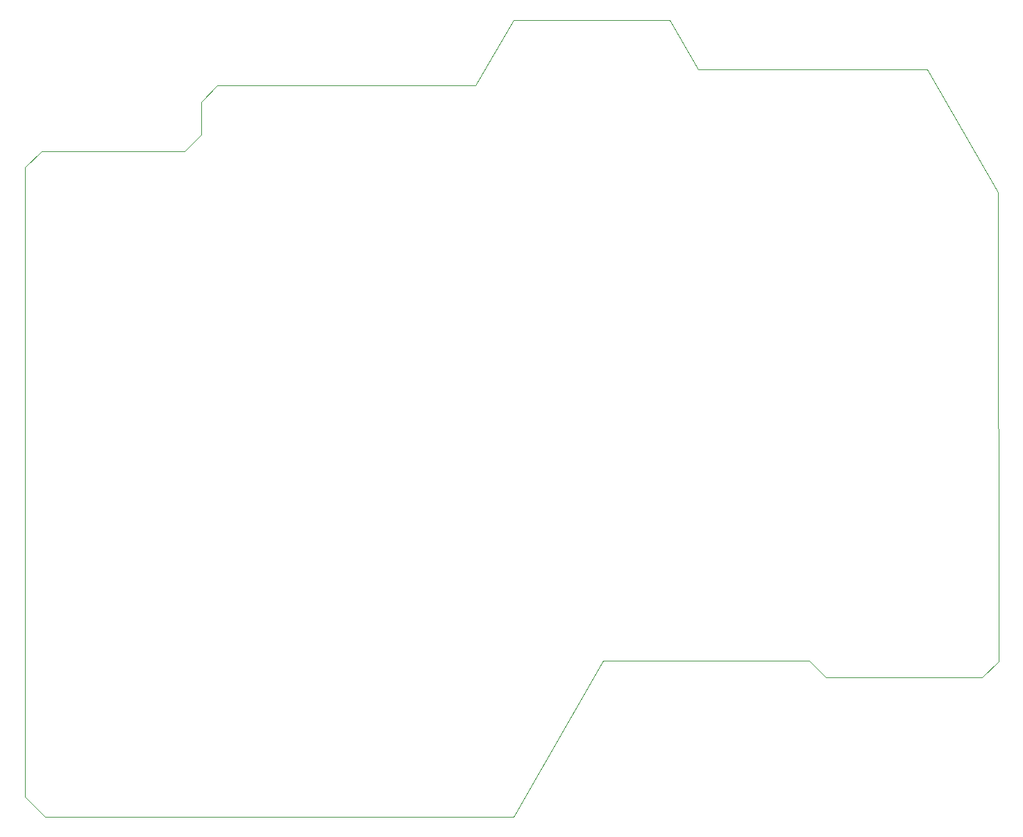
<source format=gbr>
%TF.GenerationSoftware,KiCad,Pcbnew,(6.0.4)*%
%TF.CreationDate,2022-04-22T20:25:04+08:00*%
%TF.ProjectId,Slice36,536c6963-6533-4362-9e6b-696361645f70,rev?*%
%TF.SameCoordinates,Original*%
%TF.FileFunction,Profile,NP*%
%FSLAX46Y46*%
G04 Gerber Fmt 4.6, Leading zero omitted, Abs format (unit mm)*
G04 Created by KiCad (PCBNEW (6.0.4)) date 2022-04-22 20:25:04*
%MOMM*%
%LPD*%
G01*
G04 APERTURE LIST*
%TA.AperFunction,Profile*%
%ADD10C,0.100000*%
%TD*%
G04 APERTURE END LIST*
D10*
X20875000Y-164175000D02*
X20900000Y-87425000D01*
X23325000Y-166625000D02*
X80475000Y-166625000D01*
X139625000Y-90475000D02*
X130950000Y-75425000D01*
X20875000Y-164175000D02*
X23325000Y-166625000D01*
X118575000Y-149625000D02*
X116575000Y-147625000D01*
X139650000Y-147675000D02*
X139625000Y-90475000D01*
X80475000Y-69425000D02*
X75875000Y-77375000D01*
X44375000Y-77425000D02*
X75875000Y-77375000D01*
X116575000Y-147625000D02*
X91425000Y-147625000D01*
X99525000Y-69425000D02*
X103000000Y-75425000D01*
X42375000Y-79425000D02*
X44375000Y-77425000D01*
X118575000Y-149625000D02*
X137650000Y-149625000D01*
X20925000Y-87425000D02*
X22925000Y-85425000D01*
X80475000Y-166625000D02*
X91425000Y-147625000D01*
X137650000Y-149625000D02*
X139650000Y-147675000D01*
X42375000Y-83450000D02*
X42375000Y-79425000D01*
X80475000Y-69425000D02*
X99525000Y-69425000D01*
X22925000Y-85425000D02*
X40375000Y-85450000D01*
X103000000Y-75425000D02*
X130950000Y-75425000D01*
X42375000Y-83450000D02*
X40375000Y-85450000D01*
M02*

</source>
